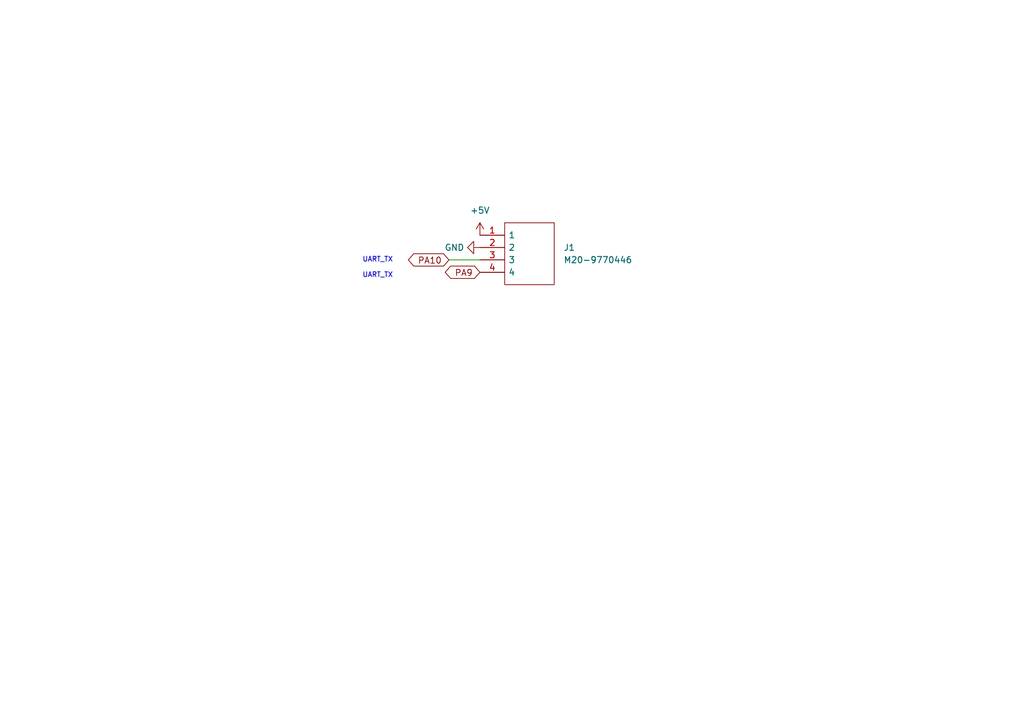
<source format=kicad_sch>
(kicad_sch (version 20211123) (generator eeschema)

  (uuid 6b74fb07-1eed-487f-b8ca-3a884b596e61)

  (paper "A5")

  (lib_symbols
    (symbol "SamacSys_Parts:M20-9770446" (pin_names (offset 0.762)) (in_bom yes) (on_board yes)
      (property "Reference" "J" (id 0) (at 16.51 7.62 0)
        (effects (font (size 1.27 1.27)) (justify left))
      )
      (property "Value" "M20-9770446" (id 1) (at 16.51 5.08 0)
        (effects (font (size 1.27 1.27)) (justify left))
      )
      (property "Footprint" "HDRV4W64P0X254_1X4_1016X254X834P" (id 2) (at 16.51 2.54 0)
        (effects (font (size 1.27 1.27)) (justify left) hide)
      )
      (property "Datasheet" "https://cdn.harwin.com/pdfs/M20-977.pdf" (id 3) (at 16.51 0 0)
        (effects (font (size 1.27 1.27)) (justify left) hide)
      )
      (property "Description" "2.54mm (0.1\") Pitch SIL Vertical Throughboard Pin Header, 5.8mm mating pin height, tin, 4 contacts" (id 4) (at 16.51 -2.54 0)
        (effects (font (size 1.27 1.27)) (justify left) hide)
      )
      (property "Height" "8.34" (id 5) (at 16.51 -5.08 0)
        (effects (font (size 1.27 1.27)) (justify left) hide)
      )
      (property "Manufacturer_Name" "Harwin" (id 6) (at 16.51 -7.62 0)
        (effects (font (size 1.27 1.27)) (justify left) hide)
      )
      (property "Manufacturer_Part_Number" "M20-9770446" (id 7) (at 16.51 -10.16 0)
        (effects (font (size 1.27 1.27)) (justify left) hide)
      )
      (property "Mouser Part Number" "855-M20-9770446" (id 8) (at 16.51 -12.7 0)
        (effects (font (size 1.27 1.27)) (justify left) hide)
      )
      (property "Mouser Price/Stock" "https://www.mouser.co.uk/ProductDetail/Harwin/M20-9770446?qs=ulE8k0yEMYbCPpMPHeYh4w%3D%3D" (id 9) (at 16.51 -15.24 0)
        (effects (font (size 1.27 1.27)) (justify left) hide)
      )
      (property "Arrow Part Number" "" (id 10) (at 16.51 -17.78 0)
        (effects (font (size 1.27 1.27)) (justify left) hide)
      )
      (property "Arrow Price/Stock" "" (id 11) (at 16.51 -20.32 0)
        (effects (font (size 1.27 1.27)) (justify left) hide)
      )
      (property "ki_description" "2.54mm (0.1\") Pitch SIL Vertical Throughboard Pin Header, 5.8mm mating pin height, tin, 4 contacts" (id 12) (at 0 0 0)
        (effects (font (size 1.27 1.27)) hide)
      )
      (symbol "M20-9770446_0_0"
        (pin passive line (at 0 0 0) (length 5.08)
          (name "1" (effects (font (size 1.27 1.27))))
          (number "1" (effects (font (size 1.27 1.27))))
        )
        (pin passive line (at 0 -2.54 0) (length 5.08)
          (name "2" (effects (font (size 1.27 1.27))))
          (number "2" (effects (font (size 1.27 1.27))))
        )
        (pin passive line (at 0 -5.08 0) (length 5.08)
          (name "3" (effects (font (size 1.27 1.27))))
          (number "3" (effects (font (size 1.27 1.27))))
        )
        (pin passive line (at 0 -7.62 0) (length 5.08)
          (name "4" (effects (font (size 1.27 1.27))))
          (number "4" (effects (font (size 1.27 1.27))))
        )
      )
      (symbol "M20-9770446_0_1"
        (polyline
          (pts
            (xy 5.08 2.54)
            (xy 15.24 2.54)
            (xy 15.24 -10.16)
            (xy 5.08 -10.16)
            (xy 5.08 2.54)
          )
          (stroke (width 0.1524) (type default) (color 0 0 0 0))
          (fill (type none))
        )
      )
    )
    (symbol "power:+5V" (power) (pin_names (offset 0)) (in_bom yes) (on_board yes)
      (property "Reference" "#PWR" (id 0) (at 0 -3.81 0)
        (effects (font (size 1.27 1.27)) hide)
      )
      (property "Value" "+5V" (id 1) (at 0 3.556 0)
        (effects (font (size 1.27 1.27)))
      )
      (property "Footprint" "" (id 2) (at 0 0 0)
        (effects (font (size 1.27 1.27)) hide)
      )
      (property "Datasheet" "" (id 3) (at 0 0 0)
        (effects (font (size 1.27 1.27)) hide)
      )
      (property "ki_keywords" "power-flag" (id 4) (at 0 0 0)
        (effects (font (size 1.27 1.27)) hide)
      )
      (property "ki_description" "Power symbol creates a global label with name \"+5V\"" (id 5) (at 0 0 0)
        (effects (font (size 1.27 1.27)) hide)
      )
      (symbol "+5V_0_1"
        (polyline
          (pts
            (xy -0.762 1.27)
            (xy 0 2.54)
          )
          (stroke (width 0) (type default) (color 0 0 0 0))
          (fill (type none))
        )
        (polyline
          (pts
            (xy 0 0)
            (xy 0 2.54)
          )
          (stroke (width 0) (type default) (color 0 0 0 0))
          (fill (type none))
        )
        (polyline
          (pts
            (xy 0 2.54)
            (xy 0.762 1.27)
          )
          (stroke (width 0) (type default) (color 0 0 0 0))
          (fill (type none))
        )
      )
      (symbol "+5V_1_1"
        (pin power_in line (at 0 0 90) (length 0) hide
          (name "+5V" (effects (font (size 1.27 1.27))))
          (number "1" (effects (font (size 1.27 1.27))))
        )
      )
    )
    (symbol "power:GND" (power) (pin_names (offset 0)) (in_bom yes) (on_board yes)
      (property "Reference" "#PWR" (id 0) (at 0 -6.35 0)
        (effects (font (size 1.27 1.27)) hide)
      )
      (property "Value" "GND" (id 1) (at 0 -3.81 0)
        (effects (font (size 1.27 1.27)))
      )
      (property "Footprint" "" (id 2) (at 0 0 0)
        (effects (font (size 1.27 1.27)) hide)
      )
      (property "Datasheet" "" (id 3) (at 0 0 0)
        (effects (font (size 1.27 1.27)) hide)
      )
      (property "ki_keywords" "power-flag" (id 4) (at 0 0 0)
        (effects (font (size 1.27 1.27)) hide)
      )
      (property "ki_description" "Power symbol creates a global label with name \"GND\" , ground" (id 5) (at 0 0 0)
        (effects (font (size 1.27 1.27)) hide)
      )
      (symbol "GND_0_1"
        (polyline
          (pts
            (xy 0 0)
            (xy 0 -1.27)
            (xy 1.27 -1.27)
            (xy 0 -2.54)
            (xy -1.27 -1.27)
            (xy 0 -1.27)
          )
          (stroke (width 0) (type default) (color 0 0 0 0))
          (fill (type none))
        )
      )
      (symbol "GND_1_1"
        (pin power_in line (at 0 0 270) (length 0) hide
          (name "GND" (effects (font (size 1.27 1.27))))
          (number "1" (effects (font (size 1.27 1.27))))
        )
      )
    )
  )


  (wire (pts (xy 92.075 53.34) (xy 98.425 53.34))
    (stroke (width 0) (type default) (color 0 0 0 0))
    (uuid 1a693b4c-4611-4861-933f-ddbe6e6057e1)
  )

  (text "UART_TX" (at 74.295 57.15 0)
    (effects (font (size 1 1)) (justify left bottom))
    (uuid 323c292a-b99b-4f99-bc58-c0488c25c175)
  )
  (text "UART_TX" (at 74.295 53.975 0)
    (effects (font (size 1 1)) (justify left bottom))
    (uuid e0725dbe-cac2-43f2-9f3b-b6a8bf8b5cac)
  )

  (global_label "PA9" (shape bidirectional) (at 98.425 55.88 180) (fields_autoplaced)
    (effects (font (size 1.27 1.27)) (justify right))
    (uuid bd9158a5-391e-49b2-93ac-65845f79c0a3)
    (property "Intersheet References" "${INTERSHEET_REFS}" (id 0) (at 92.4438 55.8006 0)
      (effects (font (size 1.27 1.27)) (justify right) hide)
    )
  )
  (global_label "PA10" (shape bidirectional) (at 92.075 53.34 180) (fields_autoplaced)
    (effects (font (size 1.27 1.27)) (justify right))
    (uuid ccd8ac1d-16fa-4dfa-a0db-6e05f0fd0fc0)
    (property "Intersheet References" "${INTERSHEET_REFS}" (id 0) (at 84.8843 53.2606 0)
      (effects (font (size 1.27 1.27)) (justify right) hide)
    )
  )

  (symbol (lib_id "power:GND") (at 98.425 50.8 270) (unit 1)
    (in_bom yes) (on_board yes) (fields_autoplaced)
    (uuid 0e308fa1-58a4-4399-b604-3c5e4456a4ab)
    (property "Reference" "#PWR07" (id 0) (at 92.075 50.8 0)
      (effects (font (size 1.27 1.27)) hide)
    )
    (property "Value" "GND" (id 1) (at 95.25 50.7999 90)
      (effects (font (size 1.27 1.27)) (justify right))
    )
    (property "Footprint" "" (id 2) (at 98.425 50.8 0)
      (effects (font (size 1.27 1.27)) hide)
    )
    (property "Datasheet" "" (id 3) (at 98.425 50.8 0)
      (effects (font (size 1.27 1.27)) hide)
    )
    (pin "1" (uuid 5c65be70-e2b1-4577-8db8-80e0995c46d2))
  )

  (symbol (lib_id "SamacSys_Parts:M20-9770446") (at 98.425 48.26 0) (unit 1)
    (in_bom yes) (on_board yes) (fields_autoplaced)
    (uuid 785bdca2-180c-490d-866a-2c33d1a66970)
    (property "Reference" "J1" (id 0) (at 115.57 50.7999 0)
      (effects (font (size 1.27 1.27)) (justify left))
    )
    (property "Value" "M20-9770446" (id 1) (at 115.57 53.3399 0)
      (effects (font (size 1.27 1.27)) (justify left))
    )
    (property "Footprint" "HDRV4W64P0X254_1X4_1016X254X834P" (id 2) (at 114.935 45.72 0)
      (effects (font (size 1.27 1.27)) (justify left) hide)
    )
    (property "Datasheet" "https://cdn.harwin.com/pdfs/M20-977.pdf" (id 3) (at 114.935 48.26 0)
      (effects (font (size 1.27 1.27)) (justify left) hide)
    )
    (property "Description" "2.54mm (0.1\") Pitch SIL Vertical Throughboard Pin Header, 5.8mm mating pin height, tin, 4 contacts" (id 4) (at 114.935 50.8 0)
      (effects (font (size 1.27 1.27)) (justify left) hide)
    )
    (property "Height" "8.34" (id 5) (at 114.935 53.34 0)
      (effects (font (size 1.27 1.27)) (justify left) hide)
    )
    (property "Manufacturer_Name" "Harwin" (id 6) (at 114.935 55.88 0)
      (effects (font (size 1.27 1.27)) (justify left) hide)
    )
    (property "Manufacturer_Part_Number" "M20-9770446" (id 7) (at 114.935 58.42 0)
      (effects (font (size 1.27 1.27)) (justify left) hide)
    )
    (property "Mouser Part Number" "855-M20-9770446" (id 8) (at 114.935 60.96 0)
      (effects (font (size 1.27 1.27)) (justify left) hide)
    )
    (property "Mouser Price/Stock" "https://www.mouser.co.uk/ProductDetail/Harwin/M20-9770446?qs=ulE8k0yEMYbCPpMPHeYh4w%3D%3D" (id 9) (at 114.935 63.5 0)
      (effects (font (size 1.27 1.27)) (justify left) hide)
    )
    (property "Arrow Part Number" "" (id 10) (at 114.935 66.04 0)
      (effects (font (size 1.27 1.27)) (justify left) hide)
    )
    (property "Arrow Price/Stock" "" (id 11) (at 114.935 68.58 0)
      (effects (font (size 1.27 1.27)) (justify left) hide)
    )
    (pin "1" (uuid 9f8ebcb2-1be4-4e5c-8a2d-a755472b4f5c))
    (pin "2" (uuid 22c16eb6-8ab6-402e-9574-6215b7d549c0))
    (pin "3" (uuid 7a54419f-14ae-4a41-ab9f-1f719a5f04b0))
    (pin "4" (uuid 99cc4bae-aa86-40de-ad29-35e8d2c4532a))
  )

  (symbol (lib_id "power:+5V") (at 98.425 48.26 0) (unit 1)
    (in_bom yes) (on_board yes) (fields_autoplaced)
    (uuid 8a206fdf-8374-43c5-8dd2-18a252ebb2ac)
    (property "Reference" "#PWR06" (id 0) (at 98.425 52.07 0)
      (effects (font (size 1.27 1.27)) hide)
    )
    (property "Value" "+5V" (id 1) (at 98.425 43.18 0))
    (property "Footprint" "" (id 2) (at 98.425 48.26 0)
      (effects (font (size 1.27 1.27)) hide)
    )
    (property "Datasheet" "" (id 3) (at 98.425 48.26 0)
      (effects (font (size 1.27 1.27)) hide)
    )
    (pin "1" (uuid 1049fd6e-0c9a-4716-aac7-558cfefb2dec))
  )
)

</source>
